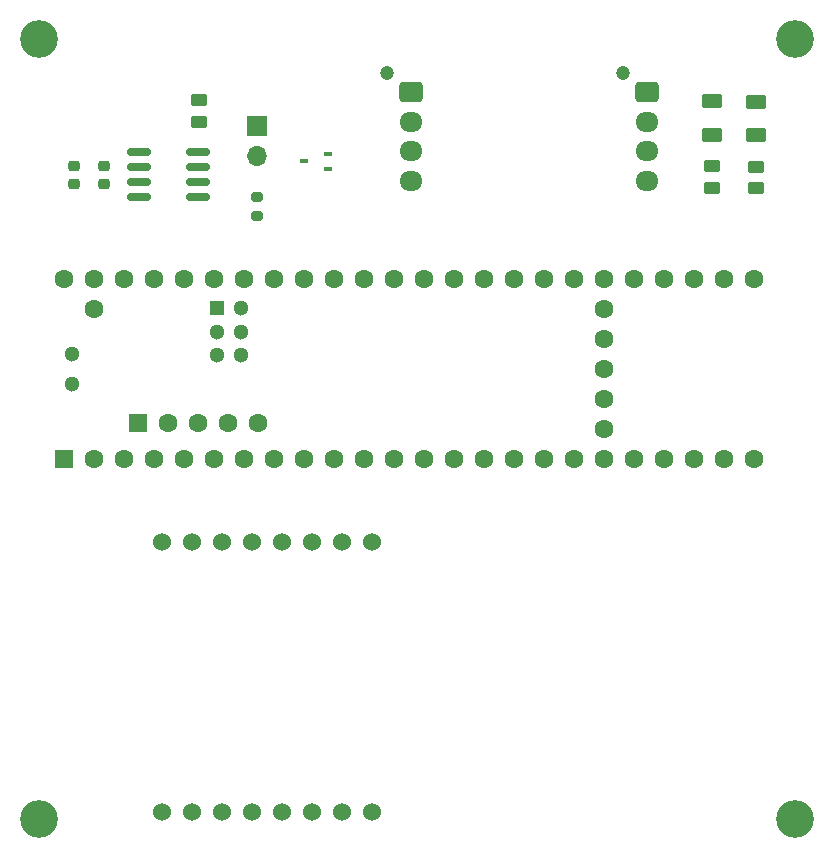
<source format=gbr>
%TF.GenerationSoftware,KiCad,Pcbnew,7.0.8*%
%TF.CreationDate,2024-01-21T00:30:14-07:00*%
%TF.ProjectId,telemetry,74656c65-6d65-4747-9279-2e6b69636164,v1*%
%TF.SameCoordinates,Original*%
%TF.FileFunction,Soldermask,Top*%
%TF.FilePolarity,Negative*%
%FSLAX46Y46*%
G04 Gerber Fmt 4.6, Leading zero omitted, Abs format (unit mm)*
G04 Created by KiCad (PCBNEW 7.0.8) date 2024-01-21 00:30:14*
%MOMM*%
%LPD*%
G01*
G04 APERTURE LIST*
G04 Aperture macros list*
%AMRoundRect*
0 Rectangle with rounded corners*
0 $1 Rounding radius*
0 $2 $3 $4 $5 $6 $7 $8 $9 X,Y pos of 4 corners*
0 Add a 4 corners polygon primitive as box body*
4,1,4,$2,$3,$4,$5,$6,$7,$8,$9,$2,$3,0*
0 Add four circle primitives for the rounded corners*
1,1,$1+$1,$2,$3*
1,1,$1+$1,$4,$5*
1,1,$1+$1,$6,$7*
1,1,$1+$1,$8,$9*
0 Add four rect primitives between the rounded corners*
20,1,$1+$1,$2,$3,$4,$5,0*
20,1,$1+$1,$4,$5,$6,$7,0*
20,1,$1+$1,$6,$7,$8,$9,0*
20,1,$1+$1,$8,$9,$2,$3,0*%
G04 Aperture macros list end*
%ADD10RoundRect,0.225000X0.250000X-0.225000X0.250000X0.225000X-0.250000X0.225000X-0.250000X-0.225000X0*%
%ADD11C,3.200000*%
%ADD12RoundRect,0.250000X-0.625000X0.375000X-0.625000X-0.375000X0.625000X-0.375000X0.625000X0.375000X0*%
%ADD13RoundRect,0.250000X0.450000X-0.262500X0.450000X0.262500X-0.450000X0.262500X-0.450000X-0.262500X0*%
%ADD14C,1.200000*%
%ADD15RoundRect,0.250000X-0.725000X0.600000X-0.725000X-0.600000X0.725000X-0.600000X0.725000X0.600000X0*%
%ADD16O,1.950000X1.700000*%
%ADD17RoundRect,0.150000X-0.825000X-0.150000X0.825000X-0.150000X0.825000X0.150000X-0.825000X0.150000X0*%
%ADD18R,0.700000X0.450000*%
%ADD19R,1.700000X1.700000*%
%ADD20O,1.700000X1.700000*%
%ADD21RoundRect,0.250000X-0.450000X0.262500X-0.450000X-0.262500X0.450000X-0.262500X0.450000X0.262500X0*%
%ADD22RoundRect,0.200000X-0.275000X0.200000X-0.275000X-0.200000X0.275000X-0.200000X0.275000X0.200000X0*%
%ADD23C,1.524000*%
%ADD24R,1.600000X1.600000*%
%ADD25C,1.600000*%
%ADD26R,1.300000X1.300000*%
%ADD27C,1.300000*%
G04 APERTURE END LIST*
D10*
%TO.C,C2*%
X112510000Y-75275000D03*
X112510000Y-73725000D03*
%TD*%
D11*
%TO.C,H3*%
X171000000Y-129000000D03*
%TD*%
D12*
%TO.C,D2*%
X164000000Y-68277500D03*
X164000000Y-71077500D03*
%TD*%
D13*
%TO.C,R4*%
X164000000Y-75600000D03*
X164000000Y-73775000D03*
%TD*%
D14*
%TO.C,J1*%
X156500000Y-65900000D03*
D15*
X158500000Y-67500000D03*
D16*
X158500000Y-70000000D03*
X158500000Y-72500000D03*
X158500000Y-75000000D03*
%TD*%
D17*
%TO.C,U2*%
X115525000Y-72595000D03*
X115525000Y-73865000D03*
X115525000Y-75135000D03*
X115525000Y-76405000D03*
X120475000Y-76405000D03*
X120475000Y-75135000D03*
X120475000Y-73865000D03*
X120475000Y-72595000D03*
%TD*%
D13*
%TO.C,R3*%
X167700000Y-75612500D03*
X167700000Y-73787500D03*
%TD*%
D11*
%TO.C,H1*%
X107000000Y-63000000D03*
%TD*%
D14*
%TO.C,J2*%
X136500000Y-65900000D03*
D15*
X138500000Y-67500000D03*
D16*
X138500000Y-70000000D03*
X138500000Y-72500000D03*
X138500000Y-75000000D03*
%TD*%
D18*
%TO.C,D1*%
X131500000Y-74010000D03*
X131500000Y-72710000D03*
X129500000Y-73360000D03*
%TD*%
D10*
%TO.C,C1*%
X110000000Y-75275000D03*
X110000000Y-73725000D03*
%TD*%
D19*
%TO.C,JP1*%
X125500000Y-70360000D03*
D20*
X125500000Y-72900000D03*
%TD*%
D21*
%TO.C,R1*%
X120600000Y-68187500D03*
X120600000Y-70012500D03*
%TD*%
D11*
%TO.C,H4*%
X171000000Y-63000000D03*
%TD*%
D12*
%TO.C,D3*%
X167700000Y-68300000D03*
X167700000Y-71100000D03*
%TD*%
D11*
%TO.C,H2*%
X107000000Y-129000000D03*
%TD*%
D22*
%TO.C,R2*%
X125500000Y-76360000D03*
X125500000Y-78010000D03*
%TD*%
D23*
%TO.C,U3*%
X135247500Y-105570000D03*
X132707500Y-105570000D03*
X130167500Y-105570000D03*
X127627500Y-105570000D03*
X125087500Y-105570000D03*
X122547500Y-105570000D03*
X120007500Y-105570000D03*
X117467500Y-105570000D03*
X117467500Y-128430000D03*
X120007500Y-128430000D03*
X122547500Y-128430000D03*
X125087500Y-128430000D03*
X127627500Y-128430000D03*
X130167500Y-128430000D03*
X132707500Y-128430000D03*
X135247500Y-128430000D03*
%TD*%
D24*
%TO.C,U1*%
X109125000Y-98580000D03*
D25*
X111665000Y-98580000D03*
X114205000Y-98580000D03*
X116745000Y-98580000D03*
X119285000Y-98580000D03*
X121825000Y-98580000D03*
X124365000Y-98580000D03*
X126905000Y-98580000D03*
X129445000Y-98580000D03*
X131985000Y-98580000D03*
X134525000Y-98580000D03*
X137065000Y-98580000D03*
X139605000Y-98580000D03*
X142145000Y-98580000D03*
X144685000Y-98580000D03*
X147225000Y-98580000D03*
X149765000Y-98580000D03*
X152305000Y-98580000D03*
X154845000Y-98580000D03*
X157385000Y-98580000D03*
X159925000Y-98580000D03*
X162465000Y-98580000D03*
X165005000Y-98580000D03*
X167545000Y-98580000D03*
X167545000Y-83340000D03*
X165005000Y-83340000D03*
X162465000Y-83340000D03*
X159925000Y-83340000D03*
X157385000Y-83340000D03*
X154845000Y-83340000D03*
X152305000Y-83340000D03*
X149765000Y-83340000D03*
X147225000Y-83340000D03*
X144685000Y-83340000D03*
X142145000Y-83340000D03*
X139605000Y-83340000D03*
X137065000Y-83340000D03*
X134525000Y-83340000D03*
X131985000Y-83340000D03*
X129445000Y-83340000D03*
X126905000Y-83340000D03*
X124365000Y-83340000D03*
X121825000Y-83340000D03*
X119285000Y-83340000D03*
X116745000Y-83340000D03*
X114205000Y-83340000D03*
X111665000Y-83340000D03*
X109125000Y-83340000D03*
X111665000Y-85880000D03*
X154845000Y-96040000D03*
X154845000Y-93500000D03*
X154845000Y-90960000D03*
X154845000Y-88420000D03*
X154845000Y-85880000D03*
D24*
X115424200Y-95529200D03*
D25*
X117964200Y-95529200D03*
X120504200Y-95529200D03*
X123044200Y-95529200D03*
X125584200Y-95529200D03*
D26*
X122095000Y-85778400D03*
D27*
X122095000Y-87778400D03*
X122095000Y-89778400D03*
X124095000Y-89778400D03*
X124095000Y-87778400D03*
X124095000Y-85778400D03*
X109855000Y-89690000D03*
X109855000Y-92230000D03*
%TD*%
M02*

</source>
